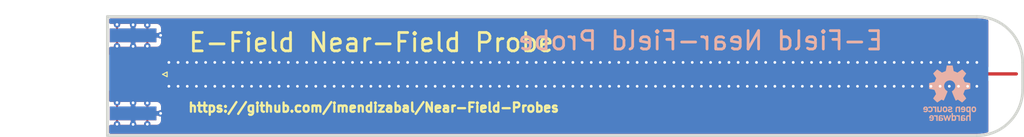
<source format=kicad_pcb>
(kicad_pcb (version 20241229) (generator "pcbnew") (generator_version "9.0")
  (title_block (title "Near Field Probes Kit") (date "2025-03-22") (rev "1.0") (company "Ignacio de Mendizabal") (comment 1 "https://www.ignaciodemendizabal.com") (comment 2 "https://github.com/imendizabal/Near-Field-Probes") (comment 4 "E-Field 10 cm"))
  (layers (0 "F.Cu" signal) (4 "In1.Cu" signal) (6 "In2.Cu" signal) (2 "B.Cu" signal) (13 "F.Paste" user) (15 "B.Paste" user) (5 "F.SilkS" user "F.Silkscreen") (7 "B.SilkS" user "B.Silkscreen") (1 "F.Mask" user) (3 "B.Mask" user) (25 "Edge.Cuts" user))
  (net 0 "")
  (net 1 "/E_SIGNAL")
  (net 2 "GND")
  (footprint "Connector_Coaxial:SMA_Amphenol_132289_EdgeMount" (layer "F.Cu") (at 52.8 100.2 180)
    (property "Reference" "J1" (hide yes))
    (property "Value" "Conn_Coaxial_Small")
    (pad "1" smd rect (at 0 0 270) (size 1.5 5.08) (layers "F.Cu" "F.Mask" "F.Paste") (net 1 "/E_SIGNAL"))
    (pad "2" smd rect (at 0 -4.25 270) (size 1.5 5.08) (layers "F.Cu" "F.Mask" "F.Paste") (net 2 "GND"))
    (pad "2" smd rect (at 0 -4.25 270) (size 1.5 5.08) (layers "B.Cu" "B.Mask" "B.Paste") (net 2 "GND"))
    (pad "2" smd rect (at 0 4.25 270) (size 1.5 5.08) (layers "F.Cu" "F.Mask" "F.Paste") (net 2 "GND"))
    (pad "2" smd rect (at 0 4.25 270) (size 1.5 5.08) (layers "B.Cu" "B.Mask" "B.Paste") (net 2 "GND"))
  )
  (footprint "Symbol:OSHW-Logo_5.7x6mm_SilkScreen" (layer "B.Cu") (at 141.75 102.25 180)
    (property "Reference" "REF**" (hide yes))
    (property "Value" "OSHW-Logo_5.7x6mm_SilkScreen" (hide yes))
  )
  (gr_line (start 50 106.8746) (end 50 93.9) (stroke (width 0.3)) (layer "Edge.Cuts"))
  (gr_line (start 149.691971 101.866584) (end 149.687235 98.912732) (stroke (width 0.3)) (layer "Edge.Cuts"))
  (gr_arc (start 149.691971 101.866584) (mid 148.230343 105.407291) (end 144.691977 106.8746) (stroke (width 0.3)) (layer "Edge.Cuts"))
  (gr_line (start 50 106.8746) (end 144.691977 106.8746) (stroke (width 0.3)) (layer "Edge.Cuts"))
  (gr_arc (start 144.687251 93.9) (mid 148.22728 95.368959) (end 149.687235 98.912732) (stroke (width 0.3)) (layer "Edge.Cuts"))
  (gr_line (start 50 93.9) (end 144.687251 93.9) (stroke (width 0.3)) (layer "Edge.Cuts"))
  (gr_text "https://github.com/imendizabal/Near-Field-Probes" (at 58.7 104.4 0) (layer "F.SilkS") (effects (font (size 1 1) (thickness 0.25)) (justify left bottom)))
  (gr_text "E-Field Near-Field Probe" (at 58.7 97.9 0) (layer "F.SilkS") (effects (font (size 2 2) (thickness 0.3)) (justify left bottom)))
  (gr_text "E-Field Near-Field Probe" (at 134.65 97.7 -0) (layer "B.SilkS") (effects (font (size 2 2) (thickness 0.3)) (justify left bottom mirror)))
  (segment (start 52.4625 100.15) (end 149 100.15) (width 0.355542) (layer "F.Cu") (net 1))
  (segment (start 52.8 104.45) (end 55.8 104.45) (width 0.2) (layer "F.Cu") (net 2))
  (segment (start 52.8 104.45) (end 52.8 103.3) (width 0.2) (layer "F.Cu") (net 2))
  (segment (start 51.05 104.475) (end 51.05 105.625) (width 0.2) (layer "F.Cu") (net 2))
  (segment (start 54.35 104.475) (end 54.35 103.325) (width 0.2) (layer "F.Cu") (net 2))
  (segment (start 54.35 95.975) (end 54.35 97.125) (width 0.2) (layer "F.Cu") (net 2))
  (segment (start 52.8 95.95) (end 52.8 94.8) (width 0.2) (layer "F.Cu") (net 2))
  (segment (start 52.8 95.95) (end 52.8 97.15) (width 0.2) (layer "F.Cu") (net 2))
  (segment (start 54.35 95.975) (end 54.35 94.825) (width 0.2) (layer "F.Cu") (net 2))
  (segment (start 51.05 104.425) (end 51.05 103.275) (width 0.2) (layer "F.Cu") (net 2))
  (segment (start 51.05 95.975) (end 51.05 97.125) (width 0.2) (layer "F.Cu") (net 2))
  (segment (start 51.05 95.925) (end 51.05 94.775) (width 0.2) (layer "F.Cu") (net 2))
  (segment (start 54.35 104.475) (end 54.35 105.625) (width 0.2) (layer "F.Cu") (net 2))
  (segment (start 52.8 95.95) (end 55.8 95.95) (width 0.2) (layer "F.Cu") (net 2))
  (segment (start 52.8 104.45) (end 52.8 105.65) (width 0.2) (layer "F.Cu") (net 2))
  (via (at 61.7 101.5) (size 0.7) (drill 0.3) (layers "F.Cu" "B.Cu") (net 2))
  (via (at 78.7 101.5) (size 0.7) (drill 0.3) (layers "F.Cu" "B.Cu") (net 2))
  (via (at 83.7 98.9) (size 0.7) (drill 0.3) (layers "F.Cu" "B.Cu") (net 2))
  (via (at 82.7 98.9) (size 0.7) (drill 0.3) (layers "F.Cu" "B.Cu") (net 2))
  (via (at 52.8 97.15) (size 0.7) (drill 0.3) (layers "F.Cu" "B.Cu") (net 2))
  (via (at 102.7 101.5) (size 0.7) (drill 0.3) (layers "F.Cu" "B.Cu") (net 2))
  (via (at 62.7 98.9) (size 0.7) (drill 0.3) (layers "F.Cu" "B.Cu") (net 2))
  (via (at 74.7 101.5) (size 0.7) (drill 0.3) (layers "F.Cu" "B.Cu") (net 2))
  (via (at 55.8 95.95) (size 0.7) (drill 0.3) (layers "F.Cu" "B.Cu") (net 2))
  (via (at 77.7 98.9) (size 0.7) (drill 0.3) (layers "F.Cu" "B.Cu") (net 2))
  (via (at 122.7 98.9) (size 0.7) (drill 0.3) (layers "F.Cu" "B.Cu") (net 2))
  (via (at 105.7 101.5) (size 0.7) (drill 0.3) (layers "F.Cu" "B.Cu") (net 2))
  (via (at 94.7 98.9) (size 0.7) (drill 0.3) (layers "F.Cu" "B.Cu") (net 2))
  (via (at 117.7 98.9) (size 0.7) (drill 0.3) (layers "F.Cu" "B.Cu") (net 2))
  (via (at 104.7 101.5) (size 0.7) (drill 0.3) (layers "F.Cu" "B.Cu") (net 2))
  (via (at 54.35 94.825) (size 0.7) (drill 0.3) (layers "F.Cu" "B.Cu") (net 2))
  (via (at 125.7 101.5) (size 0.7) (drill 0.3) (layers "F.Cu" "B.Cu") (net 2))
  (via (at 95.7 101.5) (size 0.7) (drill 0.3) (layers "F.Cu" "B.Cu") (net 2))
  (via (at 111.7 98.9) (size 0.7) (drill 0.3) (layers "F.Cu" "B.Cu") (net 2))
  (via (at 106.7 101.5) (size 0.7) (drill 0.3) (layers "F.Cu" "B.Cu") (net 2))
  (via (at 136.7 101.5) (size 0.7) (drill 0.3) (layers "F.Cu" "B.Cu") (net 2))
  (via (at 91.7 101.5) (size 0.7) (drill 0.3) (layers "F.Cu" "B.Cu") (net 2))
  (via (at 123.7 101.5) (size 0.7) (drill 0.3) (layers "F.Cu" "B.Cu") (net 2))
  (via (at 57.7 101.5) (size 0.7) (drill 0.3) (layers "F.Cu" "B.Cu") (net 2))
  (via (at 108.7 101.5) (size 0.7) (drill 0.3) (layers "F.Cu" "B.Cu") (net 2))
  (via (at 142.7 98.9) (size 0.7) (drill 0.3) (layers "F.Cu" "B.Cu") (net 2))
  (via (at 111.7 101.5) (size 0.7) (drill 0.3) (layers "F.Cu" "B.Cu") (net 2))
  (via (at 70.7 101.5) (size 0.7) (drill 0.3) (layers "F.Cu" "B.Cu") (net 2))
  (via (at 78.7 98.9) (size 0.7) (drill 0.3) (layers "F.Cu" "B.Cu") (net 2))
  (via (at 98.7 98.9) (size 0.7) (drill 0.3) (layers "F.Cu" "B.Cu") (net 2))
  (via (at 102.7 98.9) (size 0.7) (drill 0.3) (layers "F.Cu" "B.Cu") (net 2))
  (via (at 144.7 101.5) (size 0.7) (drill 0.3) (layers "F.Cu" "B.Cu") (net 2))
  (via (at 130.7 101.5) (size 0.7) (drill 0.3) (layers "F.Cu" "B.Cu") (net 2))
  (via (at 117.7 101.5) (size 0.7) (drill 0.3) (layers "F.Cu" "B.Cu") (net 2))
  (via (at 72.7 98.9) (size 0.7) (drill 0.3) (layers "F.Cu" "B.Cu") (net 2))
  (via (at 75.7 98.9) (size 0.7) (drill 0.3) (layers "F.Cu" "B.Cu") (net 2))
  (via (at 123.7 98.9) (size 0.7) (drill 0.3) (layers "F.Cu" "B.Cu") (net 2))
  (via (at 114.7 101.5) (size 0.7) (drill 0.3) (layers "F.Cu" "B.Cu") (net 2))
  (via (at 143.7 98.9) (size 0.7) (drill 0.3) (layers "F.Cu" "B.Cu") (net 2))
  (via (at 63.7 101.5) (size 0.7) (drill 0.3) (layers "F.Cu" "B.Cu") (net 2))
  (via (at 108.7 98.9) (size 0.7) (drill 0.3) (layers "F.Cu" "B.Cu") (net 2))
  (via (at 136.7 98.9) (size 0.7) (drill 0.3) (layers "F.Cu" "B.Cu") (net 2))
  (via (at 131.7 101.5) (size 0.7) (drill 0.3) (layers "F.Cu" "B.Cu") (net 2))
  (via (at 141.7 98.9) (size 0.7) (drill 0.3) (layers "F.Cu" "B.Cu") (net 2))
  (via (at 93.7 98.9) (size 0.7) (drill 0.3) (layers "F.Cu" "B.Cu") (net 2))
  (via (at 122.7 101.5) (size 0.7) (drill 0.3) (layers "F.Cu" "B.Cu") (net 2))
  (via (at 126.7 98.9) (size 0.7) (drill 0.3) (layers "F.Cu" "B.Cu") (net 2))
  (via (at 81.7 98.9) (size 0.7) (drill 0.3) (layers "F.Cu" "B.Cu") (net 2))
  (via (at 92.7 98.9) (size 0.7) (drill 0.3) (layers "F.Cu" "B.Cu") (net 2))
  (via (at 114.7 98.9) (size 0.7) (drill 0.3) (layers "F.Cu" "B.Cu") (net 2))
  (via (at 65.7 101.5) (size 0.7) (drill 0.3) (layers "F.Cu" "B.Cu") (net 2))
  (via (at 86.7 98.9) (size 0.7) (drill 0.3) (layers "F.Cu" "B.Cu") (net 2))
  (via (at 85.7 98.9) (size 0.7) (drill 0.3) (layers "F.Cu" "B.Cu") (net 2))
  (via (at 54.35 97.125) (size 0.7) (drill 0.3) (layers "F.Cu" "B.Cu") (net 2))
  (via (at 124.7 101.5) (size 0.7) (drill 0.3) (layers "F.Cu" "B.Cu") (net 2))
  (via (at 73.7 98.9) (size 0.7) (drill 0.3) (layers "F.Cu" "B.Cu") (net 2))
  (via (at 64.7 98.9) (size 0.7) (drill 0.3) (layers "F.Cu" "B.Cu") (net 2))
  (via (at 59.7 101.5) (size 0.7) (drill 0.3) (layers "F.Cu" "B.Cu") (net 2))
  (via (at 141.7 101.5) (size 0.7) (drill 0.3) (layers "F.Cu" "B.Cu") (net 2))
  (via (at 79.7 98.9) (size 0.7) (drill 0.3) (layers "F.Cu" "B.Cu") (net 2))
  (via (at 89.7 101.5) (size 0.7) (drill 0.3) (layers "F.Cu" "B.Cu") (net 2))
  (via (at 82.7 101.5) (size 0.7) (drill 0.3) (layers "F.Cu" "B.Cu") (net 2))
  (via (at 125.7 98.9) (size 0.7) (drill 0.3) (layers "F.Cu" "B.Cu") (net 2))
  (via (at 113.7 98.9) (size 0.7) (drill 0.3) (layers "F.Cu" "B.Cu") (net 2))
  (via (at 90.7 101.5) (size 0.7) (drill 0.3) (layers "F.Cu" "B.Cu") (net 2))
  (via (at 54.35 103.325) (size 0.7) (drill 0.3) (layers "F.Cu" "B.Cu") (net 2))
  (via (at 65.7 98.9) (size 0.7) (drill 0.3) (layers "F.Cu" "B.Cu") (net 2))
  (via (at 56.7 98.9) (size 0.7) (drill 0.3) (layers "F.Cu" "B.Cu") (net 2))
  (via (at 85.7 101.5) (size 0.7) (drill 0.3) (layers "F.Cu" "B.Cu") (net 2))
  (via (at 142.7 101.5) (size 0.7) (drill 0.3) (layers "F.Cu" "B.Cu") (net 2))
  (via (at 124.7 98.9) (size 0.7) (drill 0.3) (layers "F.Cu" "B.Cu") (net 2))
  (via (at 120.7 101.5) (size 0.7) (drill 0.3) (layers "F.Cu" "B.Cu") (net 2))
  (via (at 105.7 98.9) (size 0.7) (drill 0.3) (layers "F.Cu" "B.Cu") (net 2))
  (via (at 118.7 98.9) (size 0.7) (drill 0.3) (layers "F.Cu" "B.Cu") (net 2))
  (via (at 112.7 101.5) (size 0.7) (drill 0.3) (layers "F.Cu" "B.Cu") (net 2))
  (via (at 81.7 101.5) (size 0.7) (drill 0.3) (layers "F.Cu" "B.Cu") (net 2))
  (via (at 60.7 101.5) (size 0.7) (drill 0.3) (layers "F.Cu" "B.Cu") (net 2))
  (via (at 83.7 101.5) (size 0.7) (drill 0.3) (layers "F.Cu" "B.Cu") (net 2))
  (via (at 90.7 98.9) (size 0.7) (drill 0.3) (layers "F.Cu" "B.Cu") (net 2))
  (via (at 95.7 98.9) (size 0.7) (drill 0.3) (layers "F.Cu" "B.Cu") (net 2))
  (via (at 130.7 98.9) (size 0.7) (drill 0.3) (layers "F.Cu" "B.Cu") (net 2))
  (via (at 97.7 98.9) (size 0.7) (drill 0.3) (layers "F.Cu" "B.Cu") (net 2))
  (via (at 133.7 98.9) (size 0.7) (drill 0.3) (layers "F.Cu" "B.Cu") (net 2))
  (via (at 69.7 101.5) (size 0.7) (drill 0.3) (layers "F.Cu" "B.Cu") (net 2))
  (via (at 135.7 101.5) (size 0.7) (drill 0.3) (layers "F.Cu" "B.Cu") (net 2))
  (via (at 88.7 98.9) (size 0.7) (drill 0.3) (layers "F.Cu" "B.Cu") (net 2))
  (via (at 128.7 101.5) (size 0.7) (drill 0.3) (layers "F.Cu" "B.Cu") (net 2))
  (via (at 54.35 105.625) (size 0.7) (drill 0.3) (layers "F.Cu" "B.Cu") (net 2))
  (via (at 51.05 97.125) (size 0.7) (drill 0.3) (layers "F.Cu" "B.Cu") (net 2))
  (via (at 61.7 98.9) (size 0.7) (drill 0.3) (layers "F.Cu" "B.Cu") (net 2))
  (via (at 119.7 101.5) (size 0.7) (drill 0.3) (layers "F.Cu" "B.Cu") (net 2))
  (via (at 51.05 94.775) (size 0.7) (drill 0.3) (layers "F.Cu" "B.Cu") (net 2))
  (via (at 52.8 103.3) (size 0.7) (drill 0.3) (layers "F.Cu" "B.Cu") (net 2))
  (via (at 51.05 103.275) (size 0.7) (drill 0.3) (layers "F.Cu" "B.Cu") (net 2))
  (via (at 133.7 101.5) (size 0.7) (drill 0.3) (layers "F.Cu" "B.Cu") (net 2))
  (via (at 107.7 101.5) (size 0.7) (drill 0.3) (layers "F.Cu" "B.Cu") (net 2))
  (via (at 87.7 101.5) (size 0.7) (drill 0.3) (layers "F.Cu" "B.Cu") (net 2))
  (via (at 144.7 98.9) (size 0.7) (drill 0.3) (layers "F.Cu" "B.Cu") (net 2))
  (via (at 69.7 98.9) (size 0.7) (drill 0.3) (layers "F.Cu" "B.Cu") (net 2))
  (via (at 99.7 98.9) (size 0.7) (drill 0.3) (layers "F.Cu" "B.Cu") (net 2))
  (via (at 100.7 98.9) (size 0.7) (drill 0.3) (layers "F.Cu" "B.Cu") (net 2))
  (via (at 67.7 98.9) (size 0.7) (drill 0.3) (layers "F.Cu" "B.Cu") (net 2))
  (via (at 143.7 101.5) (size 0.7) (drill 0.3) (layers "F.Cu" "B.Cu") (net 2))
  (via (at 52.8 94.8) (size 0.7) (drill 0.3) (layers "F.Cu" "B.Cu") (net 2))
  (via (at 88.7 101.5) (size 0.7) (drill 0.3) (layers "F.Cu" "B.Cu") (net 2))
  (via (at 115.7 98.9) (size 0.7) (drill 0.3) (layers "F.Cu" "B.Cu") (net 2))
  (via (at 128.7 98.9) (size 0.7) (drill 0.3) (layers "F.Cu" "B.Cu") (net 2))
  (via (at 115.7 101.5) (size 0.7) (drill 0.3) (layers "F.Cu" "B.Cu") (net 2))
  (via (at 121.7 101.5) (size 0.7) (drill 0.3) (layers "F.Cu" "B.Cu") (net 2))
  (via (at 63.7 98.9) (size 0.7) (drill 0.3) (layers "F.Cu" "B.Cu") (net 2))
  (via (at 66.7 98.9) (size 0.7) (drill 0.3) (layers "F.Cu" "B.Cu") (net 2))
  (via (at 135.7 98.9) (size 0.7) (drill 0.3) (layers "F.Cu" "B.Cu") (net 2))
  (via (at 55.8 104.45) (size 0.7) (drill 0.3) (layers "F.Cu" "B.Cu") (net 2))
  (via (at 109.7 101.5) (size 0.7) (drill 0.3) (layers "F.Cu" "B.Cu") (net 2))
  (via (at 94.7 101.5) (size 0.7) (drill 0.3) (layers "F.Cu" "B.Cu") (net 2))
  (via (at 112.7 98.9) (size 0.7) (drill 0.3) (layers "F.Cu" "B.Cu") (net 2))
  (via (at 68.7 98.9) (size 0.7) (drill 0.3) (layers "F.Cu" "B.Cu") (net 2))
  (via (at 120.7 98.9) (size 0.7) (drill 0.3) (layers "F.Cu" "B.Cu") (net 2))
  (via (at 116.7 98.9) (size 0.7) (drill 0.3) (layers "F.Cu" "B.Cu") (net 2))
  (via (at 86.7 101.5) (size 0.7) (drill 0.3) (layers "F.Cu" "B.Cu") (net 2))
  (via (at 51.05 105.625) (size 0.7) (drill 0.3) (layers "F.Cu" "B.Cu") (net 2))
  (via (at 71.7 101.5) (size 0.7) (drill 0.3) (layers "F.Cu" "B.Cu") (net 2))
  (via (at 57.7 98.9) (size 0.7) (drill 0.3) (layers "F.Cu" "B.Cu") (net 2))
  (via (at 127.7 98.9) (size 0.7) (drill 0.3) (layers "F.Cu" "B.Cu") (net 2))
  (via (at 106.7 98.9) (size 0.7) (drill 0.3) (layers "F.Cu" "B.Cu") (net 2))
  (via (at 129.7 98.9) (size 0.7) (drill 0.3) (layers "F.Cu" "B.Cu") (net 2))
  (via (at 52.8 105.65) (size 0.7) (drill 0.3) (layers "F.Cu" "B.Cu") (net 2))
  (via (at 110.7 98.9) (size 0.7) (drill 0.3) (layers "F.Cu" "B.Cu") (net 2))
  (via (at 98.7 101.5) (size 0.7) (drill 0.3) (layers "F.Cu" "B.Cu") (net 2))
  (via (at 101.7 98.9) (size 0.7) (drill 0.3) (layers "F.Cu" "B.Cu") (net 2))
  (via (at 96.7 98.9) (size 0.7) (drill 0.3) (layers "F.Cu" "B.Cu") (net 2))
  (via (at 56.7 101.5) (size 0.7) (drill 0.3) (layers "F.Cu" "B.Cu") (net 2))
  (via (at 110.7 101.5) (size 0.7) (drill 0.3) (layers "F.Cu" "B.Cu") (net 2))
  (via (at 80.7 101.5) (size 0.7) (drill 0.3) (layers "F.Cu" "B.Cu") (net 2))
  (via (at 80.7 98.9) (size 0.7) (drill 0.3) (layers "F.Cu" "B.Cu") (net 2))
  (via (at 131.7 98.9) (size 0.7) (drill 0.3) (layers "F.Cu" "B.Cu") (net 2))
  (via (at 87.7 98.9) (size 0.7) (drill 0.3) (layers "F.Cu" "B.Cu") (net 2))
  (via (at 103.7 98.9) (size 0.7) (drill 0.3) (layers "F.Cu" "B.Cu") (net 2))
  (via (at 76.7 101.5) (size 0.7) (drill 0.3) (layers "F.Cu" "B.Cu") (net 2))
  (via (at 67.7 101.5) (size 0.7) (drill 0.3) (layers "F.Cu" "B.Cu") (net 2))
  (via (at 76.7 98.9) (size 0.7) (drill 0.3) (layers "F.Cu" "B.Cu") (net 2))
  (via (at 138.7 101.5) (size 0.7) (drill 0.3) (layers "F.Cu" "B.Cu") (net 2))
  (via (at 75.7 101.5) (size 0.7) (drill 0.3) (layers "F.Cu" "B.Cu") (net 2))
  (via (at 139.7 98.9) (size 0.7) (drill 0.3) (layers "F.Cu" "B.Cu") (net 2))
  (via (at 60.7 98.9) (size 0.7) (drill 0.3) (layers "F.Cu" "B.Cu") (net 2))
  (via (at 91.7 98.9) (size 0.7) (drill 0.3) (layers "F.Cu" "B.Cu") (net 2))
  (via (at 74.7 98.9) (size 0.7) (drill 0.3) (layers "F.Cu" "B.Cu") (net 2))
  (via (at 137.7 101.5) (size 0.7) (drill 0.3) (layers "F.Cu" "B.Cu") (net 2))
  (via (at 132.7 101.5) (size 0.7) (drill 0.3) (layers "F.Cu" "B.Cu") (net 2))
  (via (at 118.7 101.5) (size 0.7) (drill 0.3) (layers "F.Cu" "B.Cu") (net 2))
  (via (at 109.7 98.9) (size 0.7) (drill 0.3) (layers "F.Cu" "B.Cu") (net 2))
  (via (at 99.7 101.5) (size 0.7) (drill 0.3) (layers "F.Cu" "B.Cu") (net 2))
  (via (at 129.7 101.5) (size 0.7) (drill 0.3) (layers "F.Cu" "B.Cu") (net 2))
  (via (at 79.7 101.5) (size 0.7) (drill 0.3) (layers "F.Cu" "B.Cu") (net 2))
  (via (at 100.7 101.5) (size 0.7) (drill 0.3) (layers "F.Cu" "B.Cu") (net 2))
  (via (at 101.7 101.5) (size 0.7) (drill 0.3) (layers "F.Cu" "B.Cu") (net 2))
  (via (at 140.7 98.9) (size 0.7) (drill 0.3) (layers "F.Cu" "B.Cu") (net 2))
  (via (at 126.7 101.5) (size 0.7) (drill 0.3) (layers "F.Cu" "B.Cu") (net 2))
  (via (at 113.7 101.5) (size 0.7) (drill 0.3) (layers "F.Cu" "B.Cu") (net 2))
  (via (at 97.7 101.5) (size 0.7) (drill 0.3) (layers "F.Cu" "B.Cu") (net 2))
  (via (at 58.7 101.5) (size 0.7) (drill 0.3) (layers "F.Cu" "B.Cu") (net 2))
  (via (at 84.7 98.9) (size 0.7) (drill 0.3) (layers "F.Cu" "B.Cu") (net 2))
  (via (at 103.7 101.5) (size 0.7) (drill 0.3) (layers "F.Cu" "B.Cu") (net 2))
  (via (at 62.7 101.5) (size 0.7) (drill 0.3) (layers "F.Cu" "B.Cu") (net 2))
  (via (at 132.7 98.9) (size 0.7) (drill 0.3) (layers "F.Cu" "B.Cu") (net 2))
  (via (at 119.7 98.9) (size 0.7) (drill 0.3) (layers "F.Cu" "B.Cu") (net 2))
  (via (at 139.7 101.5) (size 0.7) (drill 0.3) (layers "F.Cu" "B.Cu") (net 2))
  (via (at 134.7 101.5) (size 0.7) (drill 0.3) (layers "F.Cu" "B.Cu") (net 2))
  (via (at 66.7 101.5) (size 0.7) (drill 0.3) (layers "F.Cu" "B.Cu") (net 2))
  (via (at 116.7 101.5) (size 0.7) (drill 0.3) (layers "F.Cu" "B.Cu") (net 2))
  (via (at 59.7 98.9) (size 0.7) (drill 0.3) (layers "F.Cu" "B.Cu") (net 2))
  (via (at 127.7 101.5) (size 0.7) (drill 0.3) (layers "F.Cu" "B.Cu") (net 2))
  (via (at 58.7 98.9) (size 0.7) (drill 0.3) (layers "F.Cu" "B.Cu") (net 2))
  (via (at 71.7 98.9) (size 0.7) (drill 0.3) (layers "F.Cu" "B.Cu") (net 2))
  (via (at 72.7 101.5) (size 0.7) (drill 0.3) (layers "F.Cu" "B.Cu") (net 2))
  (via (at 68.7 101.5) (size 0.7) (drill 0.3) (layers "F.Cu" "B.Cu") (net 2))
  (via (at 92.7 101.5) (size 0.7) (drill 0.3) (layers "F.Cu" "B.Cu") (net 2))
  (via (at 138.7 98.9) (size 0.7) (drill 0.3) (layers "F.Cu" "B.Cu") (net 2))
  (via (at 121.7 98.9) (size 0.7) (drill 0.3) (layers "F.Cu" "B.Cu") (net 2))
  (via (at 140.7 101.5) (size 0.7) (drill 0.3) (layers "F.Cu" "B.Cu") (net 2))
  (via (at 96.7 101.5) (size 0.7) (drill 0.3) (layers "F.Cu" "B.Cu") (net 2))
  (via (at 89.7 98.9) (size 0.7) (drill 0.3) (layers "F.Cu" "B.Cu") (net 2))
  (via (at 84.7 101.5) (size 0.7) (drill 0.3) (layers "F.Cu" "B.Cu") (net 2))
  (via (at 137.7 98.9) (size 0.7) (drill 0.3) (layers "F.Cu" "B.Cu") (net 2))
  (via (at 107.7 98.9) (size 0.7) (drill 0.3) (layers "F.Cu" "B.Cu") (net 2))
  (via (at 134.7 98.9) (size 0.7) (drill 0.3) (layers "F.Cu" "B.Cu") (net 2))
  (via (at 73.7 101.5) (size 0.7) (drill 0.3) (layers "F.Cu" "B.Cu") (net 2))
  (via (at 93.7 101.5) (size 0.7) (drill 0.3) (layers "F.Cu" "B.Cu") (net 2))
  (via (at 64.7 101.5) (size 0.7) (drill 0.3) (layers "F.Cu" "B.Cu") (net 2))
  (via (at 77.7 101.5) (size 0.7) (drill 0.3) (layers "F.Cu" "B.Cu") (net 2))
  (via (at 70.7 98.9) (size 0.7) (drill 0.3) (layers "F.Cu" "B.Cu") (net 2))
  (via (at 104.7 98.9) (size 0.7) (drill 0.3) (layers "F.Cu" "B.Cu") (net 2))
  (zone (net 2) (net_name "GND") (layers "F.Cu" "B.Cu" "In1.Cu" "In2.Cu") (connect_pads (clearance 0.5)) (min_thickness 0.25) (fill yes (thermal_gap 0.5) (thermal_bridge_width 0.5))
    (polygon (pts (xy 49.3 94) (xy 145.95 94) (xy 145.95 107) (xy 49.3 107)))
  )
  (zone (net 0) (net_name "") (layers "F.Cu" "In1.Cu" "In2.Cu") (connect_pads (clearance 0)) (min_thickness 0.25)
    (keepout (tracks allowed) (vias allowed) (pads allowed) (copperpour not_allowed) (footprints allowed))
    (fill (thermal_gap 0.5) (thermal_bridge_width 0.5))
    (polygon (pts (xy 50.2 98.15) (xy 55.7 98.15) (xy 55.7 101.9) (xy 50.2 101.9)))
  )
)
</source>
